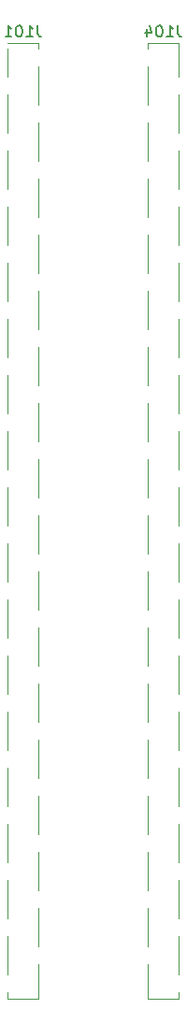
<source format=gbo>
G04 #@! TF.GenerationSoftware,KiCad,Pcbnew,9.0.6*
G04 #@! TF.CreationDate,2026-01-05T15:48:12-06:00*
G04 #@! TF.ProjectId,QFN-64_9x9_P0.5,51464e2d-3634-45f3-9978-395f50302e35,rev?*
G04 #@! TF.SameCoordinates,Original*
G04 #@! TF.FileFunction,Legend,Bot*
G04 #@! TF.FilePolarity,Positive*
%FSLAX46Y46*%
G04 Gerber Fmt 4.6, Leading zero omitted, Abs format (unit mm)*
G04 Created by KiCad (PCBNEW 9.0.6) date 2026-01-05 15:48:12*
%MOMM*%
%LPD*%
G01*
G04 APERTURE LIST*
%ADD10C,0.150000*%
%ADD11C,0.120000*%
%ADD12C,1.000000*%
%ADD13C,1.700000*%
%ADD14R,2.510000X1.000000*%
%ADD15R,1.700000X1.700000*%
G04 APERTURE END LIST*
D10*
X129047714Y-76830819D02*
X129047714Y-77545104D01*
X129047714Y-77545104D02*
X129095333Y-77687961D01*
X129095333Y-77687961D02*
X129190571Y-77783200D01*
X129190571Y-77783200D02*
X129333428Y-77830819D01*
X129333428Y-77830819D02*
X129428666Y-77830819D01*
X128047714Y-77830819D02*
X128619142Y-77830819D01*
X128333428Y-77830819D02*
X128333428Y-76830819D01*
X128333428Y-76830819D02*
X128428666Y-76973676D01*
X128428666Y-76973676D02*
X128523904Y-77068914D01*
X128523904Y-77068914D02*
X128619142Y-77116533D01*
X127428666Y-76830819D02*
X127333428Y-76830819D01*
X127333428Y-76830819D02*
X127238190Y-76878438D01*
X127238190Y-76878438D02*
X127190571Y-76926057D01*
X127190571Y-76926057D02*
X127142952Y-77021295D01*
X127142952Y-77021295D02*
X127095333Y-77211771D01*
X127095333Y-77211771D02*
X127095333Y-77449866D01*
X127095333Y-77449866D02*
X127142952Y-77640342D01*
X127142952Y-77640342D02*
X127190571Y-77735580D01*
X127190571Y-77735580D02*
X127238190Y-77783200D01*
X127238190Y-77783200D02*
X127333428Y-77830819D01*
X127333428Y-77830819D02*
X127428666Y-77830819D01*
X127428666Y-77830819D02*
X127523904Y-77783200D01*
X127523904Y-77783200D02*
X127571523Y-77735580D01*
X127571523Y-77735580D02*
X127619142Y-77640342D01*
X127619142Y-77640342D02*
X127666761Y-77449866D01*
X127666761Y-77449866D02*
X127666761Y-77211771D01*
X127666761Y-77211771D02*
X127619142Y-77021295D01*
X127619142Y-77021295D02*
X127571523Y-76926057D01*
X127571523Y-76926057D02*
X127523904Y-76878438D01*
X127523904Y-76878438D02*
X127428666Y-76830819D01*
X126238190Y-77164152D02*
X126238190Y-77830819D01*
X126476285Y-76783200D02*
X126714380Y-77497485D01*
X126714380Y-77497485D02*
X126095333Y-77497485D01*
X116347714Y-76830819D02*
X116347714Y-77545104D01*
X116347714Y-77545104D02*
X116395333Y-77687961D01*
X116395333Y-77687961D02*
X116490571Y-77783200D01*
X116490571Y-77783200D02*
X116633428Y-77830819D01*
X116633428Y-77830819D02*
X116728666Y-77830819D01*
X115347714Y-77830819D02*
X115919142Y-77830819D01*
X115633428Y-77830819D02*
X115633428Y-76830819D01*
X115633428Y-76830819D02*
X115728666Y-76973676D01*
X115728666Y-76973676D02*
X115823904Y-77068914D01*
X115823904Y-77068914D02*
X115919142Y-77116533D01*
X114728666Y-76830819D02*
X114633428Y-76830819D01*
X114633428Y-76830819D02*
X114538190Y-76878438D01*
X114538190Y-76878438D02*
X114490571Y-76926057D01*
X114490571Y-76926057D02*
X114442952Y-77021295D01*
X114442952Y-77021295D02*
X114395333Y-77211771D01*
X114395333Y-77211771D02*
X114395333Y-77449866D01*
X114395333Y-77449866D02*
X114442952Y-77640342D01*
X114442952Y-77640342D02*
X114490571Y-77735580D01*
X114490571Y-77735580D02*
X114538190Y-77783200D01*
X114538190Y-77783200D02*
X114633428Y-77830819D01*
X114633428Y-77830819D02*
X114728666Y-77830819D01*
X114728666Y-77830819D02*
X114823904Y-77783200D01*
X114823904Y-77783200D02*
X114871523Y-77735580D01*
X114871523Y-77735580D02*
X114919142Y-77640342D01*
X114919142Y-77640342D02*
X114966761Y-77449866D01*
X114966761Y-77449866D02*
X114966761Y-77211771D01*
X114966761Y-77211771D02*
X114919142Y-77021295D01*
X114919142Y-77021295D02*
X114871523Y-76926057D01*
X114871523Y-76926057D02*
X114823904Y-76878438D01*
X114823904Y-76878438D02*
X114728666Y-76830819D01*
X113442952Y-77830819D02*
X114014380Y-77830819D01*
X113728666Y-77830819D02*
X113728666Y-76830819D01*
X113728666Y-76830819D02*
X113823904Y-76973676D01*
X113823904Y-76973676D02*
X113919142Y-77068914D01*
X113919142Y-77068914D02*
X114014380Y-77116533D01*
D11*
X126382000Y-161846000D02*
X126382000Y-164956000D01*
X126382000Y-156766000D02*
X126382000Y-160226000D01*
X126382000Y-151686000D02*
X126382000Y-155146000D01*
X126382000Y-146606000D02*
X126382000Y-150066000D01*
X126382000Y-141526000D02*
X126382000Y-144986000D01*
X126382000Y-136446000D02*
X126382000Y-139906000D01*
X126382000Y-131366000D02*
X126382000Y-134826000D01*
X126382000Y-126286000D02*
X126382000Y-129746000D01*
X126382000Y-121206000D02*
X126382000Y-124666000D01*
X126382000Y-116126000D02*
X126382000Y-119586000D01*
X126382000Y-111046000D02*
X126382000Y-114506000D01*
X126382000Y-105966000D02*
X126382000Y-109426000D01*
X126382000Y-100886000D02*
X126382000Y-104346000D01*
X126382000Y-95806000D02*
X126382000Y-99266000D01*
X126382000Y-90726000D02*
X126382000Y-94186000D01*
X126382000Y-85646000D02*
X126382000Y-89106000D01*
X126382000Y-80566000D02*
X126382000Y-84026000D01*
X126382000Y-78376000D02*
X126382000Y-78946000D01*
X129142000Y-164956000D02*
X126382000Y-164956000D01*
X129142000Y-164386000D02*
X129142000Y-164956000D01*
X129142000Y-159306000D02*
X129142000Y-162766000D01*
X129142000Y-154226000D02*
X129142000Y-157686000D01*
X129142000Y-149146000D02*
X129142000Y-152606000D01*
X129142000Y-144066000D02*
X129142000Y-147526000D01*
X129142000Y-138986000D02*
X129142000Y-142446000D01*
X129142000Y-133906000D02*
X129142000Y-137366000D01*
X129142000Y-128826000D02*
X129142000Y-132286000D01*
X129142000Y-123746000D02*
X129142000Y-127206000D01*
X129142000Y-118666000D02*
X129142000Y-122126000D01*
X129142000Y-113586000D02*
X129142000Y-117046000D01*
X129142000Y-108506000D02*
X129142000Y-111966000D01*
X129142000Y-103426000D02*
X129142000Y-106886000D01*
X129142000Y-98346000D02*
X129142000Y-101806000D01*
X129142000Y-93266000D02*
X129142000Y-96726000D01*
X129142000Y-88186000D02*
X129142000Y-91646000D01*
X129142000Y-83106000D02*
X129142000Y-86566000D01*
X129142000Y-78946000D02*
X129142000Y-81486000D01*
X129142000Y-78376000D02*
X126382000Y-78376000D01*
X129142000Y-78376000D02*
X129142000Y-81486000D01*
X116442000Y-78376000D02*
X116442000Y-78946000D01*
X116442000Y-78376000D02*
X113682000Y-78376000D01*
X116442000Y-80566000D02*
X116442000Y-84026000D01*
X116442000Y-85646000D02*
X116442000Y-89106000D01*
X116442000Y-90726000D02*
X116442000Y-94186000D01*
X116442000Y-95806000D02*
X116442000Y-99266000D01*
X116442000Y-100886000D02*
X116442000Y-104346000D01*
X116442000Y-105966000D02*
X116442000Y-109426000D01*
X116442000Y-111046000D02*
X116442000Y-114506000D01*
X116442000Y-116126000D02*
X116442000Y-119586000D01*
X116442000Y-121206000D02*
X116442000Y-124666000D01*
X116442000Y-126286000D02*
X116442000Y-129746000D01*
X116442000Y-131366000D02*
X116442000Y-134826000D01*
X116442000Y-136446000D02*
X116442000Y-139906000D01*
X116442000Y-141526000D02*
X116442000Y-144986000D01*
X116442000Y-146606000D02*
X116442000Y-150066000D01*
X116442000Y-151686000D02*
X116442000Y-155146000D01*
X116442000Y-156766000D02*
X116442000Y-160226000D01*
X116442000Y-161846000D02*
X116442000Y-164956000D01*
X116442000Y-164956000D02*
X113682000Y-164956000D01*
X113682000Y-78946000D02*
X113682000Y-81486000D01*
X113682000Y-83106000D02*
X113682000Y-86566000D01*
X113682000Y-88186000D02*
X113682000Y-91646000D01*
X113682000Y-93266000D02*
X113682000Y-96726000D01*
X113682000Y-98346000D02*
X113682000Y-101806000D01*
X113682000Y-103426000D02*
X113682000Y-106886000D01*
X113682000Y-108506000D02*
X113682000Y-111966000D01*
X113682000Y-113586000D02*
X113682000Y-117046000D01*
X113682000Y-118666000D02*
X113682000Y-122126000D01*
X113682000Y-123746000D02*
X113682000Y-127206000D01*
X113682000Y-128826000D02*
X113682000Y-132286000D01*
X113682000Y-133906000D02*
X113682000Y-137366000D01*
X113682000Y-138986000D02*
X113682000Y-142446000D01*
X113682000Y-144066000D02*
X113682000Y-147526000D01*
X113682000Y-149146000D02*
X113682000Y-152606000D01*
X113682000Y-154226000D02*
X113682000Y-157686000D01*
X113682000Y-159306000D02*
X113682000Y-162766000D01*
X113682000Y-164386000D02*
X113682000Y-164956000D01*
%LPC*%
D12*
X119997786Y-124350214D03*
X122826214Y-121521786D03*
X122826214Y-124350214D03*
X119997786Y-121521786D03*
X121412000Y-122936000D03*
X124240427Y-122936000D03*
X121412000Y-120107573D03*
X118583573Y-122936000D03*
X121412000Y-125764427D03*
D13*
X132842000Y-163576000D03*
X132842000Y-161036000D03*
X132842000Y-158496000D03*
X132842000Y-155956000D03*
X132842000Y-153416000D03*
X132842000Y-150876000D03*
X132842000Y-148336000D03*
X132842000Y-145796000D03*
X132842000Y-143256000D03*
X132842000Y-140716000D03*
X132842000Y-138176000D03*
X132842000Y-135636000D03*
X132842000Y-133096000D03*
X132842000Y-130556000D03*
X132842000Y-128016000D03*
X132842000Y-125476000D03*
X132842000Y-122936000D03*
X132842000Y-120396000D03*
X132842000Y-117856000D03*
X132842000Y-115316000D03*
X132842000Y-112776000D03*
X132842000Y-110236000D03*
X132842000Y-107696000D03*
X132842000Y-105156000D03*
X132842000Y-102616000D03*
X132842000Y-100076000D03*
X132842000Y-97536000D03*
X132842000Y-94996000D03*
X132842000Y-92456000D03*
X132842000Y-89916000D03*
X132842000Y-87376000D03*
X132842000Y-84836000D03*
X132842000Y-82296000D03*
X132842000Y-79756000D03*
D14*
X129417000Y-163576000D03*
X126107000Y-161036000D03*
X129417000Y-158496000D03*
X126107000Y-155956000D03*
X129417000Y-153416000D03*
X126107000Y-150876000D03*
X129417000Y-148336000D03*
X126107000Y-145796000D03*
X129417000Y-143256000D03*
X126107000Y-140716000D03*
X129417000Y-138176000D03*
X126107000Y-135636000D03*
X129417000Y-133096000D03*
X126107000Y-130556000D03*
X129417000Y-128016000D03*
X126107000Y-125476000D03*
X129417000Y-122936000D03*
X126107000Y-120396000D03*
X129417000Y-117856000D03*
X126107000Y-115316000D03*
X129417000Y-112776000D03*
X126107000Y-110236000D03*
X129417000Y-107696000D03*
X126107000Y-105156000D03*
X129417000Y-102616000D03*
X126107000Y-100076000D03*
X129417000Y-97536000D03*
X126107000Y-94996000D03*
X129417000Y-92456000D03*
X126107000Y-89916000D03*
X129417000Y-87376000D03*
X126107000Y-84836000D03*
X129417000Y-82296000D03*
X126107000Y-79756000D03*
X116717000Y-120396000D03*
X116717000Y-79756000D03*
X113407000Y-82296000D03*
X116717000Y-84836000D03*
X113407000Y-87376000D03*
X116717000Y-89916000D03*
X113407000Y-92456000D03*
X116717000Y-94996000D03*
X113407000Y-97536000D03*
X116717000Y-100076000D03*
X113407000Y-102616000D03*
X116717000Y-105156000D03*
X113407000Y-107696000D03*
X116717000Y-110236000D03*
X113407000Y-112776000D03*
X116717000Y-115316000D03*
X113407000Y-117856000D03*
X113407000Y-122936000D03*
X116717000Y-125476000D03*
X113407000Y-128016000D03*
X116717000Y-130556000D03*
X113407000Y-133096000D03*
X116717000Y-135636000D03*
X113407000Y-138176000D03*
X116717000Y-140716000D03*
X113407000Y-143256000D03*
X116717000Y-145796000D03*
X113407000Y-148336000D03*
X116717000Y-150876000D03*
X113407000Y-153416000D03*
X116717000Y-155956000D03*
X113407000Y-158496000D03*
X116717000Y-161036000D03*
X113407000Y-163576000D03*
D13*
X109982000Y-163576000D03*
X109982000Y-161036000D03*
X109982000Y-158496000D03*
X109982000Y-155956000D03*
X109982000Y-153416000D03*
X109982000Y-150876000D03*
X109982000Y-148336000D03*
X109982000Y-145796000D03*
X109982000Y-143256000D03*
X109982000Y-140716000D03*
X109982000Y-138176000D03*
X109982000Y-135636000D03*
X109982000Y-133096000D03*
X109982000Y-130556000D03*
X109982000Y-128016000D03*
X109982000Y-125476000D03*
X109982000Y-122936000D03*
X109982000Y-120396000D03*
X109982000Y-117856000D03*
X109982000Y-115316000D03*
X109982000Y-112776000D03*
X109982000Y-110236000D03*
X109982000Y-107696000D03*
X109982000Y-105156000D03*
X109982000Y-102616000D03*
X109982000Y-100076000D03*
X109982000Y-97536000D03*
X109982000Y-94996000D03*
X109982000Y-92456000D03*
X109982000Y-89916000D03*
X109982000Y-87376000D03*
X109982000Y-84836000D03*
X109982000Y-82296000D03*
D15*
X109982000Y-79756000D03*
%LPD*%
M02*

</source>
